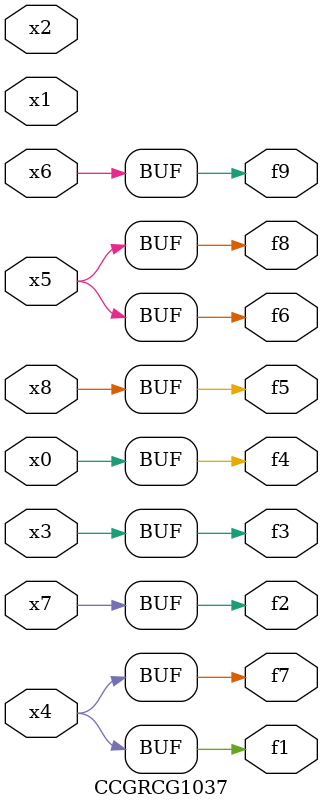
<source format=v>
module CCGRCG1037(
	input x0, x1, x2, x3, x4, x5, x6, x7, x8,
	output f1, f2, f3, f4, f5, f6, f7, f8, f9
);
	assign f1 = x4;
	assign f2 = x7;
	assign f3 = x3;
	assign f4 = x0;
	assign f5 = x8;
	assign f6 = x5;
	assign f7 = x4;
	assign f8 = x5;
	assign f9 = x6;
endmodule

</source>
